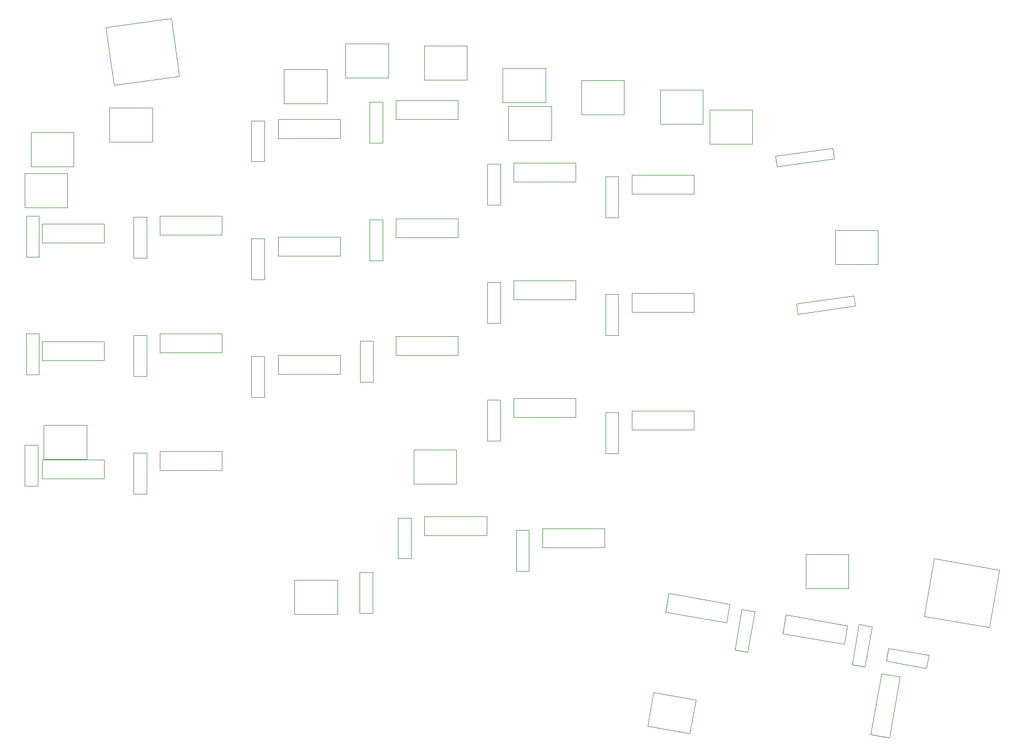
<source format=gbr>
%TF.GenerationSoftware,KiCad,Pcbnew,5.1.10*%
%TF.CreationDate,2021-05-26T10:29:04-05:00*%
%TF.ProjectId,nightwing,6e696768-7477-4696-9e67-2e6b69636164,rev?*%
%TF.SameCoordinates,Original*%
%TF.FileFunction,Other,User*%
%FSLAX46Y46*%
G04 Gerber Fmt 4.6, Leading zero omitted, Abs format (unit mm)*
G04 Created by KiCad (PCBNEW 5.1.10) date 2021-05-26 10:29:04*
%MOMM*%
%LPD*%
G01*
G04 APERTURE LIST*
%ADD10C,0.050000*%
G04 APERTURE END LIST*
D10*
%TO.C,L31*%
X41325000Y-28502641D02*
X41325000Y-34002641D01*
X34425000Y-28502641D02*
X41325000Y-28502641D01*
X41325000Y-34002641D02*
X34425000Y-34002641D01*
X34425000Y-34002641D02*
X34425000Y-28502641D01*
%TO.C,L32*%
X28655000Y-32502641D02*
X28655000Y-38002641D01*
X21755000Y-32502641D02*
X28655000Y-32502641D01*
X28655000Y-38002641D02*
X21755000Y-38002641D01*
X21755000Y-38002641D02*
X21755000Y-32502641D01*
%TO.C,L39*%
X131083000Y-28855000D02*
X137983000Y-28855000D01*
X137983000Y-28855000D02*
X137983000Y-34355000D01*
X137983000Y-34355000D02*
X131083000Y-34355000D01*
X131083000Y-34355000D02*
X131083000Y-28855000D01*
%TO.C,J2*%
X165634697Y-110438129D02*
X176113051Y-112285745D01*
X167270463Y-101161240D02*
X177748817Y-103008856D01*
X165634697Y-110438129D02*
X167270463Y-101161240D01*
X176113051Y-112285745D02*
X177748817Y-103008856D01*
%TO.C,J3*%
X154523024Y-60470398D02*
X145293725Y-61767491D01*
X145293725Y-61767491D02*
X145057131Y-60084036D01*
X141716976Y-36317602D02*
X150946275Y-35020509D01*
X150946275Y-35020509D02*
X151182869Y-36703964D01*
X141953571Y-38001058D02*
X141716976Y-36317602D01*
X154286429Y-58786942D02*
X154523024Y-60470398D01*
X145057131Y-60084036D02*
X154286429Y-58786942D01*
X151182869Y-36703964D02*
X141953571Y-38001058D01*
%TO.C,L42*%
X62526000Y-27871000D02*
X62526000Y-22371000D01*
X69426000Y-27871000D02*
X62526000Y-27871000D01*
X69426000Y-22371000D02*
X69426000Y-27871000D01*
X62526000Y-22371000D02*
X69426000Y-22371000D01*
%TO.C,L41*%
X98671000Y-33783000D02*
X98671000Y-28283000D01*
X105571000Y-33783000D02*
X98671000Y-33783000D01*
X105571000Y-28283000D02*
X105571000Y-33783000D01*
X98671000Y-28283000D02*
X105571000Y-28283000D01*
%TO.C,L40*%
X83424000Y-89138000D02*
X83424000Y-83638000D01*
X90324000Y-89138000D02*
X83424000Y-89138000D01*
X90324000Y-83638000D02*
X90324000Y-89138000D01*
X83424000Y-83638000D02*
X90324000Y-83638000D01*
%TO.C,L35*%
X64244324Y-104611721D02*
X71144324Y-104611721D01*
X71144324Y-104611721D02*
X71144324Y-110111721D01*
X71144324Y-110111721D02*
X64244324Y-110111721D01*
X64244324Y-110111721D02*
X64244324Y-104611721D01*
%TO.C,J1*%
X35148216Y-24901114D02*
X45684668Y-23420312D01*
X45684668Y-23420312D02*
X44373658Y-14091987D01*
X35148216Y-24901114D02*
X33837206Y-15572788D01*
X33837206Y-15572788D02*
X44373658Y-14091987D01*
%TO.C,L38*%
X151300000Y-48204000D02*
X158200000Y-48204000D01*
X158200000Y-48204000D02*
X158200000Y-53704000D01*
X158200000Y-53704000D02*
X151300000Y-53704000D01*
X151300000Y-53704000D02*
X151300000Y-48204000D01*
%TO.C,L37*%
X153456000Y-105978000D02*
X146556000Y-105978000D01*
X146556000Y-105978000D02*
X146556000Y-100478000D01*
X146556000Y-100478000D02*
X153456000Y-100478000D01*
X153456000Y-100478000D02*
X153456000Y-105978000D01*
%TO.C,L36*%
X122054909Y-122710464D02*
X128850082Y-123908637D01*
X128850082Y-123908637D02*
X127895017Y-129325080D01*
X127895017Y-129325080D02*
X121099844Y-128126907D01*
X121099844Y-128126907D02*
X122054909Y-122710464D01*
%TO.C,L34*%
X23838505Y-79674487D02*
X30738505Y-79674487D01*
X30738505Y-79674487D02*
X30738505Y-85174487D01*
X30738505Y-85174487D02*
X23838505Y-85174487D01*
X23838505Y-85174487D02*
X23838505Y-79674487D01*
%TO.C,L33*%
X20744788Y-39081170D02*
X27644788Y-39081170D01*
X27644788Y-39081170D02*
X27644788Y-44581170D01*
X27644788Y-44581170D02*
X20744788Y-44581170D01*
X20744788Y-44581170D02*
X20744788Y-39081170D01*
%TO.C,L28*%
X79325000Y-18174000D02*
X79325000Y-23674000D01*
X72425000Y-18174000D02*
X79325000Y-18174000D01*
X79325000Y-23674000D02*
X72425000Y-23674000D01*
X72425000Y-23674000D02*
X72425000Y-18174000D01*
%TO.C,L27*%
X91995000Y-18514000D02*
X91995000Y-24014000D01*
X85095000Y-18514000D02*
X91995000Y-18514000D01*
X91995000Y-24014000D02*
X85095000Y-24014000D01*
X85095000Y-24014000D02*
X85095000Y-18514000D01*
%TO.C,L26*%
X104655000Y-22144000D02*
X104655000Y-27644000D01*
X97755000Y-22144000D02*
X104655000Y-22144000D01*
X104655000Y-27644000D02*
X97755000Y-27644000D01*
X97755000Y-27644000D02*
X97755000Y-22144000D01*
%TO.C,L25*%
X117325000Y-24144000D02*
X117325000Y-29644000D01*
X110425000Y-24144000D02*
X117325000Y-24144000D01*
X117325000Y-29644000D02*
X110425000Y-29644000D01*
X110425000Y-29644000D02*
X110425000Y-24144000D01*
%TO.C,L24*%
X129995000Y-25644000D02*
X129995000Y-31144000D01*
X123095000Y-25644000D02*
X129995000Y-25644000D01*
X129995000Y-31144000D02*
X123095000Y-31144000D01*
X123095000Y-31144000D02*
X123095000Y-25644000D01*
%TO.C,D1*%
X23095000Y-45935000D02*
X20995000Y-45935000D01*
X20995000Y-52535000D02*
X20995000Y-45935000D01*
X23095000Y-52535000D02*
X20995000Y-52535000D01*
X23095000Y-45935000D02*
X23095000Y-52535000D01*
%TO.C,D2*%
X40395000Y-46135000D02*
X38295000Y-46135000D01*
X38295000Y-52735000D02*
X38295000Y-46135000D01*
X40395000Y-52735000D02*
X38295000Y-52735000D01*
X40395000Y-46135000D02*
X40395000Y-52735000D01*
%TO.C,D3*%
X59395000Y-30585000D02*
X57295000Y-30585000D01*
X57295000Y-37185000D02*
X57295000Y-30585000D01*
X59395000Y-37185000D02*
X57295000Y-37185000D01*
X59395000Y-30585000D02*
X59395000Y-37185000D01*
%TO.C,D4*%
X78395000Y-27585000D02*
X76295000Y-27585000D01*
X76295000Y-34185000D02*
X76295000Y-27585000D01*
X78395000Y-34185000D02*
X76295000Y-34185000D01*
X78395000Y-27585000D02*
X78395000Y-34185000D01*
%TO.C,D5*%
X97395000Y-37585000D02*
X95295000Y-37585000D01*
X95295000Y-44185000D02*
X95295000Y-37585000D01*
X97395000Y-44185000D02*
X95295000Y-44185000D01*
X97395000Y-37585000D02*
X97395000Y-44185000D01*
%TO.C,D6*%
X116395000Y-39585000D02*
X114295000Y-39585000D01*
X114295000Y-46185000D02*
X114295000Y-39585000D01*
X116395000Y-46185000D02*
X114295000Y-46185000D01*
X116395000Y-39585000D02*
X116395000Y-46185000D01*
%TO.C,D7*%
X23095000Y-64935000D02*
X20995000Y-64935000D01*
X20995000Y-71535000D02*
X20995000Y-64935000D01*
X23095000Y-71535000D02*
X20995000Y-71535000D01*
X23095000Y-64935000D02*
X23095000Y-71535000D01*
%TO.C,D8*%
X40395000Y-65135000D02*
X38295000Y-65135000D01*
X38295000Y-71735000D02*
X38295000Y-65135000D01*
X40395000Y-71735000D02*
X38295000Y-71735000D01*
X40395000Y-65135000D02*
X40395000Y-71735000D01*
%TO.C,D9*%
X59395000Y-49585000D02*
X57295000Y-49585000D01*
X57295000Y-56185000D02*
X57295000Y-49585000D01*
X59395000Y-56185000D02*
X57295000Y-56185000D01*
X59395000Y-49585000D02*
X59395000Y-56185000D01*
%TO.C,D10*%
X78395000Y-46585000D02*
X76295000Y-46585000D01*
X76295000Y-53185000D02*
X76295000Y-46585000D01*
X78395000Y-53185000D02*
X76295000Y-53185000D01*
X78395000Y-46585000D02*
X78395000Y-53185000D01*
%TO.C,D11*%
X97395000Y-56585000D02*
X95295000Y-56585000D01*
X95295000Y-63185000D02*
X95295000Y-56585000D01*
X97395000Y-63185000D02*
X95295000Y-63185000D01*
X97395000Y-56585000D02*
X97395000Y-63185000D01*
%TO.C,D12*%
X116395000Y-58585000D02*
X114295000Y-58585000D01*
X114295000Y-65185000D02*
X114295000Y-58585000D01*
X116395000Y-65185000D02*
X114295000Y-65185000D01*
X116395000Y-58585000D02*
X116395000Y-65185000D01*
%TO.C,D13*%
X22901063Y-82874447D02*
X20801063Y-82874447D01*
X20801063Y-89474447D02*
X20801063Y-82874447D01*
X22901063Y-89474447D02*
X20801063Y-89474447D01*
X22901063Y-82874447D02*
X22901063Y-89474447D01*
%TO.C,D14*%
X40395000Y-84135000D02*
X38295000Y-84135000D01*
X38295000Y-90735000D02*
X38295000Y-84135000D01*
X40395000Y-90735000D02*
X38295000Y-90735000D01*
X40395000Y-84135000D02*
X40395000Y-90735000D01*
%TO.C,D15*%
X59395000Y-68585000D02*
X57295000Y-68585000D01*
X57295000Y-75185000D02*
X57295000Y-68585000D01*
X59395000Y-75185000D02*
X57295000Y-75185000D01*
X59395000Y-68585000D02*
X59395000Y-75185000D01*
%TO.C,D16*%
X76900487Y-66104854D02*
X74800487Y-66104854D01*
X74800487Y-72704854D02*
X74800487Y-66104854D01*
X76900487Y-72704854D02*
X74800487Y-72704854D01*
X76900487Y-66104854D02*
X76900487Y-72704854D01*
%TO.C,D17*%
X97395000Y-75585000D02*
X95295000Y-75585000D01*
X95295000Y-82185000D02*
X95295000Y-75585000D01*
X97395000Y-82185000D02*
X95295000Y-82185000D01*
X97395000Y-75585000D02*
X97395000Y-82185000D01*
%TO.C,D18*%
X116395000Y-77585000D02*
X114295000Y-77585000D01*
X114295000Y-84185000D02*
X114295000Y-77585000D01*
X116395000Y-84185000D02*
X114295000Y-84185000D01*
X116395000Y-77585000D02*
X116395000Y-84185000D01*
%TO.C,D19*%
X76839000Y-103381000D02*
X74739000Y-103381000D01*
X74739000Y-109981000D02*
X74739000Y-103381000D01*
X76839000Y-109981000D02*
X74739000Y-109981000D01*
X76839000Y-103381000D02*
X76839000Y-109981000D01*
%TO.C,D20*%
X83007500Y-94594000D02*
X80907500Y-94594000D01*
X80907500Y-101194000D02*
X80907500Y-94594000D01*
X83007500Y-101194000D02*
X80907500Y-101194000D01*
X83007500Y-94594000D02*
X83007500Y-101194000D01*
%TO.C,D21*%
X102007500Y-96594000D02*
X99907500Y-96594000D01*
X99907500Y-103194000D02*
X99907500Y-96594000D01*
X102007500Y-103194000D02*
X99907500Y-103194000D01*
X102007500Y-96594000D02*
X102007500Y-103194000D01*
%TO.C,D22*%
X159872306Y-115593065D02*
X159507645Y-117661161D01*
X166007376Y-118807239D02*
X159507645Y-117661161D01*
X166372037Y-116739143D02*
X166007376Y-118807239D01*
X159872306Y-115593065D02*
X166372037Y-116739143D01*
%TO.C,D23*%
X138350935Y-109726306D02*
X136282839Y-109361645D01*
X135136761Y-115861376D02*
X136282839Y-109361645D01*
X137204857Y-116226037D02*
X135136761Y-115861376D01*
X138350935Y-109726306D02*
X137204857Y-116226037D01*
%TO.C,D24*%
X157230935Y-112136306D02*
X155162839Y-111771645D01*
X154016761Y-118271376D02*
X155162839Y-111771645D01*
X156084857Y-118636037D02*
X154016761Y-118271376D01*
X157230935Y-112136306D02*
X156084857Y-118636037D01*
%TO.C,L1*%
X23545000Y-50259000D02*
X23545000Y-47211000D01*
X33545000Y-50259000D02*
X23545000Y-50259000D01*
X33545000Y-47211000D02*
X33545000Y-50259000D01*
X23545000Y-47211000D02*
X33545000Y-47211000D01*
%TO.C,L2*%
X42545000Y-48959000D02*
X42545000Y-45911000D01*
X52545000Y-48959000D02*
X42545000Y-48959000D01*
X52545000Y-45911000D02*
X52545000Y-48959000D01*
X42545000Y-45911000D02*
X52545000Y-45911000D01*
%TO.C,L3*%
X61545000Y-33409000D02*
X61545000Y-30361000D01*
X71545000Y-33409000D02*
X61545000Y-33409000D01*
X71545000Y-30361000D02*
X71545000Y-33409000D01*
X61545000Y-30361000D02*
X71545000Y-30361000D01*
%TO.C,L4*%
X80545000Y-30409000D02*
X80545000Y-27361000D01*
X90545000Y-30409000D02*
X80545000Y-30409000D01*
X90545000Y-27361000D02*
X90545000Y-30409000D01*
X80545000Y-27361000D02*
X90545000Y-27361000D01*
%TO.C,L5*%
X99545000Y-40409000D02*
X99545000Y-37361000D01*
X109545000Y-40409000D02*
X99545000Y-40409000D01*
X109545000Y-37361000D02*
X109545000Y-40409000D01*
X99545000Y-37361000D02*
X109545000Y-37361000D01*
%TO.C,L6*%
X118545000Y-42409000D02*
X118545000Y-39361000D01*
X128545000Y-42409000D02*
X118545000Y-42409000D01*
X128545000Y-39361000D02*
X128545000Y-42409000D01*
X118545000Y-39361000D02*
X128545000Y-39361000D01*
%TO.C,L7*%
X33545000Y-66211000D02*
X33545000Y-69259000D01*
X23545000Y-66211000D02*
X33545000Y-66211000D01*
X23545000Y-69259000D02*
X23545000Y-66211000D01*
X33545000Y-69259000D02*
X23545000Y-69259000D01*
%TO.C,L8*%
X52545000Y-64911000D02*
X52545000Y-67959000D01*
X42545000Y-64911000D02*
X52545000Y-64911000D01*
X42545000Y-67959000D02*
X42545000Y-64911000D01*
X52545000Y-67959000D02*
X42545000Y-67959000D01*
%TO.C,L9*%
X71545000Y-49361000D02*
X71545000Y-52409000D01*
X61545000Y-49361000D02*
X71545000Y-49361000D01*
X61545000Y-52409000D02*
X61545000Y-49361000D01*
X71545000Y-52409000D02*
X61545000Y-52409000D01*
%TO.C,L10*%
X90545000Y-46361000D02*
X90545000Y-49409000D01*
X80545000Y-46361000D02*
X90545000Y-46361000D01*
X80545000Y-49409000D02*
X80545000Y-46361000D01*
X90545000Y-49409000D02*
X80545000Y-49409000D01*
%TO.C,L11*%
X109545000Y-56361000D02*
X109545000Y-59409000D01*
X99545000Y-56361000D02*
X109545000Y-56361000D01*
X99545000Y-59409000D02*
X99545000Y-56361000D01*
X109545000Y-59409000D02*
X99545000Y-59409000D01*
%TO.C,L12*%
X128545000Y-58361000D02*
X128545000Y-61409000D01*
X118545000Y-58361000D02*
X128545000Y-58361000D01*
X118545000Y-61409000D02*
X118545000Y-58361000D01*
X128545000Y-61409000D02*
X118545000Y-61409000D01*
%TO.C,L13*%
X23545000Y-88259000D02*
X23545000Y-85211000D01*
X33545000Y-88259000D02*
X23545000Y-88259000D01*
X33545000Y-85211000D02*
X33545000Y-88259000D01*
X23545000Y-85211000D02*
X33545000Y-85211000D01*
%TO.C,L14*%
X42545000Y-86959000D02*
X42545000Y-83911000D01*
X52545000Y-86959000D02*
X42545000Y-86959000D01*
X52545000Y-83911000D02*
X52545000Y-86959000D01*
X42545000Y-83911000D02*
X52545000Y-83911000D01*
%TO.C,L15*%
X61545000Y-71409000D02*
X61545000Y-68361000D01*
X71545000Y-71409000D02*
X61545000Y-71409000D01*
X71545000Y-68361000D02*
X71545000Y-71409000D01*
X61545000Y-68361000D02*
X71545000Y-68361000D01*
%TO.C,L16*%
X80545000Y-68409000D02*
X80545000Y-65361000D01*
X90545000Y-68409000D02*
X80545000Y-68409000D01*
X90545000Y-65361000D02*
X90545000Y-68409000D01*
X80545000Y-65361000D02*
X90545000Y-65361000D01*
%TO.C,L17*%
X99545000Y-78409000D02*
X99545000Y-75361000D01*
X109545000Y-78409000D02*
X99545000Y-78409000D01*
X109545000Y-75361000D02*
X109545000Y-78409000D01*
X99545000Y-75361000D02*
X109545000Y-75361000D01*
%TO.C,L18*%
X118545000Y-77361000D02*
X128545000Y-77361000D01*
X128545000Y-77361000D02*
X128545000Y-80409000D01*
X128545000Y-80409000D02*
X118545000Y-80409000D01*
X118545000Y-80409000D02*
X118545000Y-77361000D01*
%TO.C,L19*%
X95157500Y-94370000D02*
X95157500Y-97418000D01*
X85157500Y-94370000D02*
X95157500Y-94370000D01*
X85157500Y-97418000D02*
X85157500Y-94370000D01*
X95157500Y-97418000D02*
X85157500Y-97418000D01*
%TO.C,L20*%
X114157500Y-96370000D02*
X114157500Y-99418000D01*
X104157500Y-96370000D02*
X114157500Y-96370000D01*
X104157500Y-99418000D02*
X104157500Y-96370000D01*
X114157500Y-99418000D02*
X104157500Y-99418000D01*
%TO.C,L21*%
X134317183Y-108507197D02*
X133787903Y-111508891D01*
X124469105Y-106770715D02*
X134317183Y-108507197D01*
X123939825Y-109772409D02*
X124469105Y-106770715D01*
X133787903Y-111508891D02*
X123939825Y-109772409D01*
%TO.C,L22*%
X153258679Y-111961394D02*
X152729399Y-114963088D01*
X143410601Y-110224912D02*
X153258679Y-111961394D01*
X142881321Y-113226606D02*
X143410601Y-110224912D01*
X152729399Y-114963088D02*
X142881321Y-113226606D01*
%TO.C,L23*%
X160042606Y-130062679D02*
X157040912Y-129533399D01*
X161779088Y-120214601D02*
X160042606Y-130062679D01*
X158777394Y-119685321D02*
X161779088Y-120214601D01*
X157040912Y-129533399D02*
X158777394Y-119685321D01*
%TD*%
M02*

</source>
